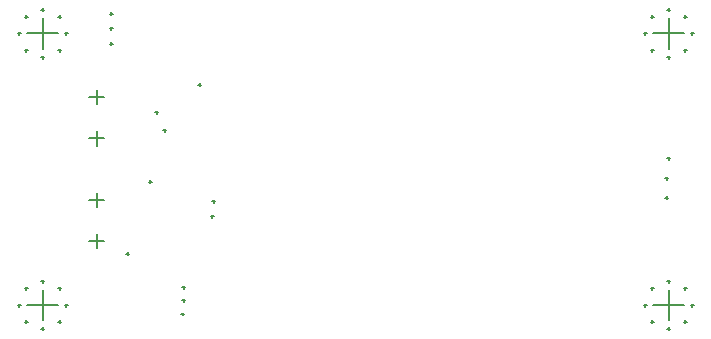
<source format=gbr>
%TF.GenerationSoftware,Altium Limited,Altium Designer,22.11.1 (43)*%
G04 Layer_Color=128*
%FSLAX45Y45*%
%MOMM*%
%TF.SameCoordinates,F25CF00E-CD35-404E-9013-36C82019CF52*%
%TF.FilePolarity,Positive*%
%TF.FileFunction,Drillmap*%
%TF.Part,Single*%
G01*
G75*
%TA.AperFunction,NonConductor*%
%ADD71C,0.12700*%
D71*
X745180Y2110220D02*
X865180D01*
X805180Y2050220D02*
Y2170220D01*
X745180Y1760220D02*
X865180D01*
X805180Y1700220D02*
Y1820220D01*
X745180Y889520D02*
X865180D01*
X805180Y829520D02*
Y949520D01*
X745180Y1239520D02*
X865180D01*
X805180Y1179520D02*
Y1299520D01*
X5520000Y350000D02*
X5780000D01*
X5650000Y220000D02*
Y480000D01*
X220000Y2650000D02*
X480000D01*
X350000Y2520000D02*
Y2780000D01*
X5520000Y2650000D02*
X5780000D01*
X5650000Y2520000D02*
Y2780000D01*
X220000Y350000D02*
X480000D01*
X350000Y220000D02*
Y480000D01*
X1666440Y2214880D02*
X1691440D01*
X1678940Y2202380D02*
Y2227380D01*
X1785820Y1226820D02*
X1810820D01*
X1798320Y1214320D02*
Y1239320D01*
X1524200Y274320D02*
X1549200D01*
X1536700Y261820D02*
Y286820D01*
X1529280Y391160D02*
X1554280D01*
X1541780Y378660D02*
Y403660D01*
X1529280Y500380D02*
X1554280D01*
X1541780Y487880D02*
Y512880D01*
X5636460Y1592580D02*
X5661460D01*
X5648960Y1580080D02*
Y1605080D01*
X5621220Y1424940D02*
X5646220D01*
X5633720Y1412440D02*
Y1437440D01*
X5621220Y1257300D02*
X5646220D01*
X5633720Y1244800D02*
Y1269800D01*
X1247340Y1394460D02*
X1272340D01*
X1259840Y1381960D02*
Y1406960D01*
X1770580Y1102360D02*
X1795580D01*
X1783080Y1089860D02*
Y1114860D01*
X917140Y2562860D02*
X942140D01*
X929640Y2550360D02*
Y2575360D01*
X917140Y2692400D02*
X942140D01*
X929640Y2679900D02*
Y2704900D01*
X917140Y2816860D02*
X942140D01*
X929640Y2804360D02*
Y2829360D01*
X1056840Y784860D02*
X1081840D01*
X1069340Y772360D02*
Y797360D01*
X1369260Y1831340D02*
X1394260D01*
X1381760Y1818840D02*
Y1843840D01*
X1303220Y1983740D02*
X1328220D01*
X1315720Y1971240D02*
Y1996240D01*
X5778920Y491420D02*
X5803920D01*
X5791420Y478920D02*
Y503920D01*
X5837500Y350000D02*
X5862500D01*
X5850000Y337500D02*
Y362500D01*
X5637500Y550000D02*
X5662500D01*
X5650000Y537500D02*
Y562500D01*
X5778920Y208580D02*
X5803920D01*
X5791420Y196080D02*
Y221080D01*
X5637500Y150000D02*
X5662500D01*
X5650000Y137500D02*
Y162500D01*
X5496080Y491420D02*
X5521080D01*
X5508580Y478920D02*
Y503920D01*
X5437500Y350000D02*
X5462500D01*
X5450000Y337500D02*
Y362500D01*
X5496080Y208580D02*
X5521080D01*
X5508580Y196080D02*
Y221080D01*
X337500Y2850000D02*
X362500D01*
X350000Y2837500D02*
Y2862500D01*
X537500Y2650000D02*
X562500D01*
X550000Y2637500D02*
Y2662500D01*
X337500Y2450000D02*
X362500D01*
X350000Y2437500D02*
Y2462500D01*
X137500Y2650000D02*
X162500D01*
X150000Y2637500D02*
Y2662500D01*
X196080Y2791420D02*
X221080D01*
X208580Y2778920D02*
Y2803920D01*
X478920Y2791420D02*
X503920D01*
X491420Y2778920D02*
Y2803920D01*
X478920Y2508580D02*
X503920D01*
X491420Y2496080D02*
Y2521080D01*
X196080Y2508580D02*
X221080D01*
X208580Y2496080D02*
Y2521080D01*
X5637500Y2850000D02*
X5662500D01*
X5650000Y2837500D02*
Y2862500D01*
X5837500Y2650000D02*
X5862500D01*
X5850000Y2637500D02*
Y2662500D01*
X5637500Y2450000D02*
X5662500D01*
X5650000Y2437500D02*
Y2462500D01*
X5437500Y2650000D02*
X5462500D01*
X5450000Y2637500D02*
Y2662500D01*
X5496080Y2791420D02*
X5521080D01*
X5508580Y2778920D02*
Y2803920D01*
X5778920Y2791420D02*
X5803920D01*
X5791420Y2778920D02*
Y2803920D01*
X5778920Y2508580D02*
X5803920D01*
X5791420Y2496080D02*
Y2521080D01*
X5496080Y2508580D02*
X5521080D01*
X5508580Y2496080D02*
Y2521080D01*
X337500Y550000D02*
X362500D01*
X350000Y537500D02*
Y562500D01*
X537500Y350000D02*
X562500D01*
X550000Y337500D02*
Y362500D01*
X337500Y150000D02*
X362500D01*
X350000Y137500D02*
Y162500D01*
X137500Y350000D02*
X162500D01*
X150000Y337500D02*
Y362500D01*
X196080Y491420D02*
X221080D01*
X208580Y478920D02*
Y503920D01*
X478920Y491420D02*
X503920D01*
X491420Y478920D02*
Y503920D01*
X478920Y208580D02*
X503920D01*
X491420Y196080D02*
Y221080D01*
X196080Y208580D02*
X221080D01*
X208580Y196080D02*
Y221080D01*
%TF.MD5,60c1109c4b0ea016e89d154c9784f676*%
M02*

</source>
